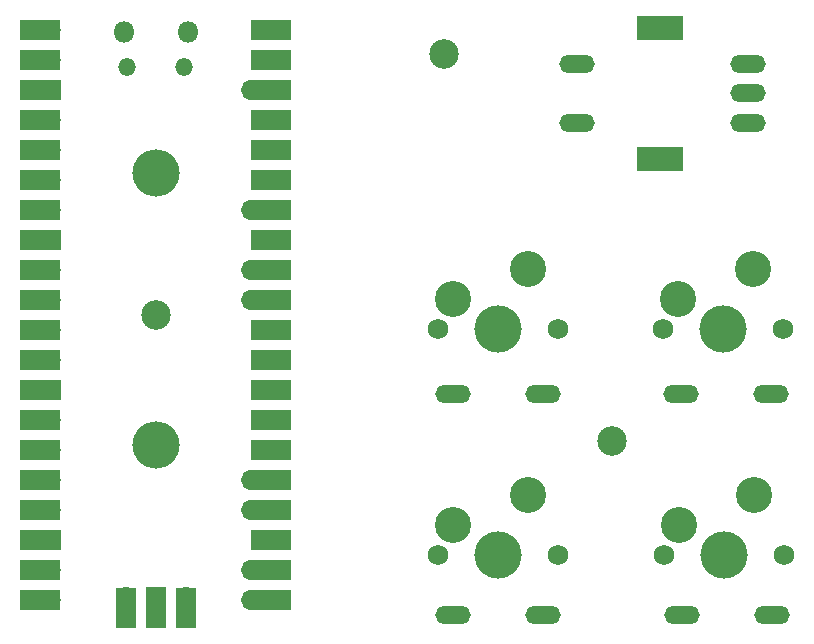
<source format=gbr>
%TF.GenerationSoftware,KiCad,Pcbnew,9.0.2*%
%TF.CreationDate,2025-11-16T09:52:10+01:00*%
%TF.ProjectId,test-stef_8_inter,74657374-2d73-4746-9566-5f385f696e74,rev?*%
%TF.SameCoordinates,Original*%
%TF.FileFunction,Soldermask,Top*%
%TF.FilePolarity,Negative*%
%FSLAX46Y46*%
G04 Gerber Fmt 4.6, Leading zero omitted, Abs format (unit mm)*
G04 Created by KiCad (PCBNEW 9.0.2) date 2025-11-16 09:52:10*
%MOMM*%
%LPD*%
G01*
G04 APERTURE LIST*
%ADD10O,3.000000X1.500000*%
%ADD11R,4.000000X2.000000*%
%ADD12R,4.000000X2.100000*%
%ADD13C,2.500000*%
%ADD14C,1.750000*%
%ADD15C,3.050000*%
%ADD16C,4.000000*%
%ADD17O,1.800000X1.800000*%
%ADD18O,1.500000X1.500000*%
%ADD19O,4.000000X4.000000*%
%ADD20O,1.700000X1.700000*%
%ADD21R,3.500000X1.700000*%
%ADD22R,1.700000X1.700000*%
%ADD23O,3.400000X1.700000*%
%ADD24R,1.700000X3.500000*%
G04 APERTURE END LIST*
D10*
%TO.C,SW3*%
X189618000Y-80998000D03*
X189618000Y-75998000D03*
X189618000Y-78498000D03*
D11*
X182118000Y-84098000D03*
D12*
X182118000Y-72948000D03*
D10*
X175118000Y-75998000D03*
X175118000Y-80998000D03*
%TD*%
D13*
%TO.C,Fix1*%
X178054000Y-107950000D03*
%TD*%
D14*
%TO.C,SW5*%
X182507000Y-117580000D03*
D15*
X183777000Y-115040000D03*
D16*
X187587000Y-117580000D03*
D15*
X190127000Y-112500000D03*
D14*
X192667000Y-117580000D03*
%TD*%
%TO.C,SW1*%
X163380000Y-98425000D03*
D15*
X164650000Y-95885000D03*
D16*
X168460000Y-98425000D03*
D15*
X171000000Y-93345000D03*
D14*
X173540000Y-98425000D03*
%TD*%
D17*
%TO.C,U1*%
X136721000Y-73282000D03*
D18*
X137021000Y-76312000D03*
D19*
X139446000Y-85282000D03*
X139446000Y-108282000D03*
D18*
X141871000Y-76312000D03*
D17*
X142171000Y-73282000D03*
D20*
X130556000Y-73152000D03*
D21*
X129656000Y-73152000D03*
D20*
X130556000Y-75692000D03*
D21*
X129656000Y-75692000D03*
D22*
X130556000Y-78232000D03*
D21*
X129656000Y-78232000D03*
D20*
X130556000Y-80772000D03*
D21*
X129656000Y-80772000D03*
D20*
X130556000Y-83312000D03*
D21*
X129656000Y-83312000D03*
D20*
X130556000Y-85852000D03*
D21*
X129656000Y-85852000D03*
D20*
X130556000Y-88392000D03*
D21*
X129656000Y-88392000D03*
D22*
X130556000Y-90932000D03*
D21*
X129656000Y-90932000D03*
D20*
X130556000Y-93472000D03*
D21*
X129656000Y-93472000D03*
D20*
X130556000Y-96012000D03*
D21*
X129656000Y-96012000D03*
D20*
X130556000Y-98552000D03*
D21*
X129656000Y-98552000D03*
D20*
X130556000Y-101092000D03*
D21*
X129656000Y-101092000D03*
D22*
X130556000Y-103632000D03*
D21*
X129656000Y-103632000D03*
D20*
X130556000Y-106172000D03*
D21*
X129656000Y-106172000D03*
D20*
X130556000Y-108712000D03*
D21*
X129656000Y-108712000D03*
D20*
X130556000Y-111252000D03*
D21*
X129656000Y-111252000D03*
D20*
X130556000Y-113792000D03*
D21*
X129656000Y-113792000D03*
D22*
X130556000Y-116332000D03*
D21*
X129656000Y-116332000D03*
D20*
X130556000Y-118872000D03*
D21*
X129656000Y-118872000D03*
D20*
X130556000Y-121412000D03*
D21*
X129656000Y-121412000D03*
D23*
X148336000Y-121412000D03*
D21*
X149236000Y-121412000D03*
D23*
X148336000Y-118872000D03*
D21*
X149236000Y-118872000D03*
D22*
X148336000Y-116332000D03*
D21*
X149236000Y-116332000D03*
D23*
X148336000Y-113792000D03*
D21*
X149236000Y-113792000D03*
D23*
X148336000Y-111252000D03*
D21*
X149236000Y-111252000D03*
D20*
X148336000Y-108712000D03*
D21*
X149236000Y-108712000D03*
D20*
X148336000Y-106172000D03*
D21*
X149236000Y-106172000D03*
D22*
X148336000Y-103632000D03*
D21*
X149236000Y-103632000D03*
D20*
X148336000Y-101092000D03*
D21*
X149236000Y-101092000D03*
D20*
X148336000Y-98552000D03*
D21*
X149236000Y-98552000D03*
D23*
X148336000Y-96012000D03*
D21*
X149236000Y-96012000D03*
D23*
X148336000Y-93472000D03*
D21*
X149236000Y-93472000D03*
D22*
X148336000Y-90932000D03*
D21*
X149236000Y-90932000D03*
D23*
X148336000Y-88392000D03*
D21*
X149236000Y-88392000D03*
D20*
X148336000Y-85852000D03*
D21*
X149236000Y-85852000D03*
D20*
X148336000Y-83312000D03*
D21*
X149236000Y-83312000D03*
D20*
X148336000Y-80772000D03*
D21*
X149236000Y-80772000D03*
D23*
X148336000Y-78232000D03*
D21*
X149236000Y-78232000D03*
D20*
X148336000Y-75692000D03*
D21*
X149236000Y-75692000D03*
D20*
X148336000Y-73152000D03*
D21*
X149236000Y-73152000D03*
D20*
X136906000Y-121182000D03*
D24*
X136906000Y-122082000D03*
D22*
X139446000Y-121182000D03*
D24*
X139446000Y-122082000D03*
D20*
X141986000Y-121182000D03*
D24*
X141986000Y-122082000D03*
%TD*%
D10*
%TO.C,D5*%
X184031000Y-122660000D03*
X191651000Y-122660000D03*
%TD*%
D13*
%TO.C,Fix2*%
X139446000Y-97282000D03*
%TD*%
D10*
%TO.C,D1*%
X164650000Y-103985000D03*
X172270000Y-103985000D03*
%TD*%
D14*
%TO.C,SW2*%
X182380000Y-98425000D03*
D15*
X183650000Y-95885000D03*
D16*
X187460000Y-98425000D03*
D15*
X190000000Y-93345000D03*
D14*
X192540000Y-98425000D03*
%TD*%
D10*
%TO.C,D4*%
X164650000Y-122660000D03*
X172270000Y-122660000D03*
%TD*%
%TO.C,D2*%
X183904000Y-103985000D03*
X191524000Y-103985000D03*
%TD*%
D14*
%TO.C,SW4*%
X163380000Y-117580000D03*
D15*
X164650000Y-115040000D03*
D16*
X168460000Y-117580000D03*
D15*
X171000000Y-112500000D03*
D14*
X173540000Y-117580000D03*
%TD*%
D13*
%TO.C,Fix*%
X163830000Y-75184000D03*
%TD*%
M02*

</source>
